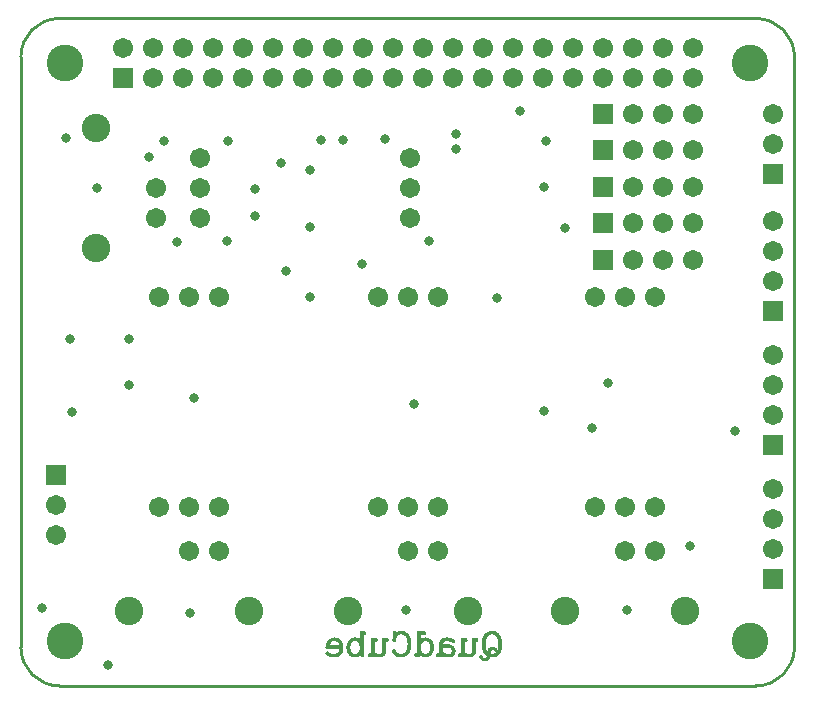
<source format=gbs>
G04 Layer_Color=16711935*
%FSLAX25Y25*%
%MOIN*%
G70*
G01*
G75*
%ADD24C,0.00965*%
%ADD43C,0.06706*%
%ADD44R,0.06706X0.06706*%
%ADD45R,0.06706X0.06706*%
%ADD46C,0.12217*%
%ADD47C,0.09501*%
%ADD48C,0.03162*%
G36*
X475993Y148882D02*
X476099Y148874D01*
X476231Y148858D01*
X476386Y148833D01*
X476559Y148792D01*
X476739Y148751D01*
X476936Y148686D01*
X477141Y148612D01*
X477346Y148521D01*
X477551Y148407D01*
X477756Y148275D01*
X477953Y148120D01*
X478141Y147948D01*
X478322Y147742D01*
X478330Y147726D01*
X478363Y147685D01*
X478404Y147619D01*
X478461Y147529D01*
X478527Y147415D01*
X478609Y147267D01*
X478691Y147095D01*
X478773Y146906D01*
X478855Y146685D01*
X478937Y146439D01*
X479010Y146176D01*
X479084Y145881D01*
X479142Y145570D01*
X479183Y145233D01*
X479215Y144881D01*
X479224Y144495D01*
Y144487D01*
Y144471D01*
Y144446D01*
Y144405D01*
Y144356D01*
X479215Y144299D01*
Y144233D01*
X479207Y144151D01*
X479199Y143979D01*
X479183Y143782D01*
X479150Y143561D01*
X479117Y143331D01*
X479076Y143077D01*
X479019Y142823D01*
X478953Y142568D01*
X478871Y142306D01*
X478773Y142060D01*
X478666Y141822D01*
X478535Y141601D01*
X478387Y141396D01*
X478379Y141379D01*
X478346Y141330D01*
X478289Y141264D01*
X478215Y141174D01*
X478125Y141060D01*
X478010Y140937D01*
X477871Y140805D01*
X477715Y140674D01*
X477543Y140543D01*
X477354Y140412D01*
X477141Y140289D01*
X476903Y140182D01*
X476657Y140084D01*
X476386Y140018D01*
X476099Y139969D01*
X475952Y139961D01*
X475796Y139953D01*
X475698D01*
X475624Y139961D01*
X475542D01*
X475443Y139969D01*
X475329Y139985D01*
X475206Y140002D01*
X474935Y140043D01*
X474648Y140108D01*
X474361Y140199D01*
X474222Y140248D01*
X474090Y140313D01*
X474082Y140322D01*
X474049Y140338D01*
X474008Y140363D01*
X473943Y140403D01*
X473869Y140453D01*
X473787Y140518D01*
X473689Y140592D01*
X473590Y140674D01*
X473484Y140772D01*
X473369Y140887D01*
X473254Y141010D01*
X473139Y141150D01*
X473033Y141297D01*
X472926Y141461D01*
X472819Y141642D01*
X472729Y141830D01*
X472721Y141847D01*
X472713Y141888D01*
X472696Y141945D01*
X472688Y142019D01*
X472680Y142109D01*
Y142208D01*
X472688Y142314D01*
X472721Y142421D01*
X472729Y142429D01*
X472737Y142454D01*
X472770Y142494D01*
X472803Y142535D01*
X472852Y142585D01*
X472918Y142634D01*
X472992Y142683D01*
X473074Y142724D01*
X473082D01*
X473115Y142740D01*
X473164Y142749D01*
X473229Y142757D01*
X473303Y142765D01*
X473385D01*
X473467Y142749D01*
X473557Y142724D01*
X473566Y142716D01*
X473598Y142700D01*
X473648Y142675D01*
X473697Y142634D01*
X473762Y142577D01*
X473820Y142503D01*
X473877Y142421D01*
X473918Y142314D01*
Y142306D01*
X473926Y142289D01*
X473943Y142257D01*
X473959Y142216D01*
X473984Y142166D01*
X474017Y142109D01*
X474090Y141986D01*
X474197Y141839D01*
X474320Y141691D01*
X474476Y141551D01*
X474656Y141428D01*
X474664D01*
X474681Y141420D01*
X474705Y141404D01*
X474738Y141387D01*
X474787Y141363D01*
X474845Y141347D01*
X474910Y141322D01*
X474984Y141297D01*
X475148Y141240D01*
X475345Y141199D01*
X475566Y141166D01*
X475812Y141158D01*
X475853D01*
X475911Y141166D01*
X475976Y141174D01*
X476067Y141191D01*
X476165Y141207D01*
X476272Y141240D01*
X476386Y141281D01*
X476509Y141330D01*
X476641Y141396D01*
X476772Y141470D01*
X476903Y141568D01*
X477034Y141674D01*
X477157Y141806D01*
X477272Y141953D01*
X477387Y142125D01*
X477395Y142134D01*
X477411Y142166D01*
X477436Y142216D01*
X477469Y142289D01*
X477510Y142380D01*
X477551Y142494D01*
X477600Y142617D01*
X477649Y142765D01*
X477698Y142929D01*
X477748Y143101D01*
X477789Y143298D01*
X477830Y143511D01*
X477862Y143733D01*
X477887Y143979D01*
X477903Y144225D01*
X477912Y144495D01*
Y144503D01*
Y144512D01*
Y144561D01*
Y144635D01*
X477903Y144741D01*
X477895Y144864D01*
X477887Y145004D01*
X477871Y145168D01*
X477854Y145340D01*
X477830Y145520D01*
X477797Y145701D01*
X477715Y146086D01*
X477666Y146266D01*
X477600Y146447D01*
X477534Y146619D01*
X477452Y146775D01*
X477444Y146783D01*
X477420Y146816D01*
X477379Y146857D01*
X477329Y146914D01*
X477264Y146988D01*
X477182Y147062D01*
X477083Y147144D01*
X476977Y147234D01*
X476862Y147316D01*
X476731Y147398D01*
X476591Y147472D01*
X476444Y147546D01*
X476280Y147603D01*
X476116Y147644D01*
X475935Y147677D01*
X475755Y147685D01*
X475665D01*
X475624Y147677D01*
X475575Y147669D01*
X475443Y147652D01*
X475304Y147619D01*
X475140Y147570D01*
X474976Y147505D01*
X474812Y147415D01*
X474804D01*
X474787Y147398D01*
X474763Y147382D01*
X474730Y147357D01*
X474640Y147283D01*
X474541Y147177D01*
X474435Y147046D01*
X474336Y146881D01*
X474254Y146693D01*
X474222Y146586D01*
X474197Y146472D01*
X474033Y145471D01*
Y145463D01*
X474025Y145430D01*
X474008Y145381D01*
X473984Y145332D01*
X473951Y145266D01*
X473902Y145209D01*
X473844Y145151D01*
X473762Y145102D01*
X473754D01*
X473730Y145086D01*
X473689Y145078D01*
X473631Y145061D01*
X473566Y145053D01*
X473492Y145045D01*
X473410Y145053D01*
X473311Y145061D01*
X473303D01*
X473270Y145069D01*
X473229Y145086D01*
X473172Y145110D01*
X473106Y145135D01*
X473041Y145176D01*
X472975Y145217D01*
X472918Y145274D01*
X472910Y145282D01*
X472893Y145307D01*
X472869Y145348D01*
X472844Y145397D01*
X472819Y145463D01*
X472803Y145545D01*
Y145635D01*
X472811Y145733D01*
Y145742D01*
X472819Y145766D01*
X472828Y145807D01*
X472844Y145856D01*
X472860Y145922D01*
X472877Y145996D01*
X472893Y146078D01*
X472918Y146176D01*
X472959Y146389D01*
X473000Y146619D01*
X473033Y146865D01*
X473049Y147119D01*
Y147127D01*
Y147152D01*
Y147185D01*
Y147234D01*
Y147292D01*
Y147357D01*
X473041Y147439D01*
Y147521D01*
X473024Y147710D01*
X473000Y147923D01*
X472967Y148144D01*
X472926Y148366D01*
Y148374D01*
Y148407D01*
Y148456D01*
X472934Y148513D01*
X472951Y148579D01*
X472983Y148644D01*
X473033Y148710D01*
X473098Y148767D01*
X473106Y148776D01*
X473123Y148784D01*
X473164Y148800D01*
X473205Y148817D01*
X473270Y148833D01*
X473336Y148858D01*
X473426Y148866D01*
X473516Y148874D01*
X473557D01*
X473607Y148882D01*
X473664D01*
X473738Y148874D01*
X473803Y148866D01*
X473877Y148858D01*
X473951Y148833D01*
X473959D01*
X473992Y148817D01*
X474033Y148792D01*
X474082Y148759D01*
X474140Y148718D01*
X474181Y148669D01*
X474213Y148612D01*
X474222Y148538D01*
Y148407D01*
X474230Y148415D01*
X474263Y148448D01*
X474320Y148489D01*
X474394Y148538D01*
X474484Y148595D01*
X474599Y148653D01*
X474730Y148710D01*
X474878Y148759D01*
X474886D01*
X474894Y148767D01*
X474927Y148776D01*
X474960Y148784D01*
X475001Y148792D01*
X475050Y148800D01*
X475173Y148825D01*
X475312Y148849D01*
X475476Y148874D01*
X475648Y148882D01*
X475837Y148890D01*
X475903D01*
X475993Y148882D01*
D02*
G37*
G36*
X481151Y148726D02*
X481200Y148718D01*
X481249Y148710D01*
X481315D01*
X481388Y148702D01*
X481470Y148694D01*
X481651Y148677D01*
X481864Y148661D01*
X482085Y148653D01*
X482315Y148644D01*
X482545D01*
X482627Y148653D01*
X482709D01*
X482897Y148661D01*
X483110Y148669D01*
X483332Y148686D01*
X483561Y148710D01*
X483652D01*
X483709Y148694D01*
X483783Y148677D01*
X483848Y148644D01*
X483922Y148595D01*
X483988Y148530D01*
X483996Y148521D01*
X484004Y148497D01*
X484029Y148456D01*
X484045Y148407D01*
X484070Y148341D01*
X484094Y148267D01*
X484103Y148185D01*
X484111Y148087D01*
Y148079D01*
Y148046D01*
X484103Y147997D01*
X484094Y147939D01*
X484062Y147800D01*
X484037Y147734D01*
X484004Y147677D01*
X483996Y147669D01*
X483971Y147644D01*
X483930Y147611D01*
X483881Y147570D01*
X483816Y147538D01*
X483734Y147505D01*
X483643Y147496D01*
X483479D01*
X483438Y147505D01*
X483315D01*
X483176Y147513D01*
X482889D01*
X482758Y147505D01*
X482709D01*
X482668Y147496D01*
X482651D01*
X482618Y147488D01*
X482577Y147472D01*
X482520Y147447D01*
X482463Y147423D01*
X482422Y147382D01*
X482389Y147333D01*
X482372Y147275D01*
Y146012D01*
X482381Y146029D01*
X482397Y146062D01*
X482430Y146111D01*
X482487Y146176D01*
X482569Y146242D01*
X482668Y146324D01*
X482799Y146398D01*
X482881Y146431D01*
X482963Y146463D01*
X482971D01*
X482987Y146472D01*
X483012Y146480D01*
X483045Y146488D01*
X483094Y146504D01*
X483143Y146512D01*
X483266Y146545D01*
X483414Y146578D01*
X483578Y146603D01*
X483750Y146619D01*
X483930Y146627D01*
X483988D01*
X484062Y146619D01*
X484152Y146611D01*
X484267Y146595D01*
X484406Y146570D01*
X484545Y146537D01*
X484709Y146496D01*
X484873Y146447D01*
X485054Y146373D01*
X485226Y146291D01*
X485406Y146193D01*
X485587Y146070D01*
X485751Y145939D01*
X485915Y145774D01*
X486071Y145594D01*
X486079Y145586D01*
X486103Y145553D01*
X486136Y145496D01*
X486177Y145430D01*
X486235Y145340D01*
X486292Y145225D01*
X486358Y145102D01*
X486415Y144955D01*
X486481Y144799D01*
X486546Y144618D01*
X486604Y144430D01*
X486661Y144225D01*
X486702Y144003D01*
X486735Y143774D01*
X486759Y143528D01*
X486768Y143273D01*
Y143257D01*
Y143216D01*
X486759Y143142D01*
Y143052D01*
X486743Y142937D01*
X486735Y142806D01*
X486710Y142658D01*
X486686Y142503D01*
X486645Y142339D01*
X486604Y142166D01*
X486546Y141986D01*
X486481Y141814D01*
X486407Y141642D01*
X486317Y141478D01*
X486210Y141322D01*
X486095Y141174D01*
X486087Y141158D01*
X486054Y141125D01*
X486013Y141060D01*
X485948Y140986D01*
X485866Y140887D01*
X485767Y140789D01*
X485652Y140674D01*
X485521Y140568D01*
X485374Y140453D01*
X485210Y140338D01*
X485037Y140240D01*
X484841Y140141D01*
X484636Y140067D01*
X484414Y140002D01*
X484176Y139969D01*
X483930Y139953D01*
X483832D01*
X483783Y139961D01*
X483725Y139969D01*
X483578Y139985D01*
X483406Y140010D01*
X483217Y140051D01*
X483020Y140108D01*
X482815Y140190D01*
X482799Y140199D01*
X482766Y140215D01*
X482709Y140240D01*
X482627Y140280D01*
X482536Y140338D01*
X482430Y140403D01*
X482315Y140477D01*
X482292Y140496D01*
X482290Y140494D01*
X482266Y140403D01*
X482217Y140322D01*
X482208Y140313D01*
X482192Y140305D01*
X482159Y140280D01*
X482118Y140256D01*
X482069Y140240D01*
X481995Y140215D01*
X481921Y140207D01*
X481807D01*
X481766Y140215D01*
X481708D01*
X481626Y140223D01*
X481536Y140231D01*
X481438D01*
X481233Y140240D01*
X481077D01*
X481003Y140231D01*
X480921Y140223D01*
X480765Y140207D01*
X480667D01*
X480609Y140223D01*
X480544Y140240D01*
X480470Y140272D01*
X480396Y140313D01*
X480331Y140379D01*
X480322Y140387D01*
X480306Y140412D01*
X480290Y140453D01*
X480265Y140502D01*
X480240Y140568D01*
X480216Y140641D01*
X480208Y140723D01*
X480199Y140814D01*
Y140822D01*
Y140855D01*
X480208Y140904D01*
X480216Y140961D01*
X480232Y141035D01*
X480249Y141101D01*
X480281Y141166D01*
X480322Y141232D01*
X480331Y141240D01*
X480355Y141264D01*
X480388Y141297D01*
X480437Y141338D01*
X480503Y141379D01*
X480568Y141404D01*
X480650Y141420D01*
X480741D01*
X480773Y141412D01*
X480814D01*
X480864Y141404D01*
X480970D01*
X481019Y141412D01*
X481060Y141428D01*
X481069Y141437D01*
X481077Y141453D01*
X481085Y141494D01*
X481093Y141551D01*
Y148735D01*
X481118D01*
X481151Y148726D01*
D02*
G37*
G36*
X461987Y148686D02*
X462028Y148677D01*
X462110Y148669D01*
X462225Y148653D01*
X462364Y148636D01*
X462512Y148628D01*
X462668Y148612D01*
X462906D01*
X462988Y148620D01*
X463086D01*
X463209Y148628D01*
X463340Y148644D01*
X463619Y148686D01*
X463701D01*
X463758Y148677D01*
X463824Y148661D01*
X463890Y148636D01*
X463955Y148587D01*
X464013Y148521D01*
Y148513D01*
X464029Y148489D01*
X464037Y148456D01*
X464054Y148407D01*
X464070Y148341D01*
X464086Y148275D01*
X464095Y148194D01*
X464103Y148103D01*
Y148095D01*
Y148062D01*
X464095Y148021D01*
Y147972D01*
X464070Y147874D01*
X464054Y147833D01*
X464029Y147800D01*
X464021Y147784D01*
X463996Y147751D01*
X463963Y147693D01*
X463914Y147636D01*
X463857Y147579D01*
X463783Y147529D01*
X463701Y147496D01*
X463611Y147488D01*
X463603D01*
X463578Y147496D01*
X463545Y147513D01*
X463504Y147521D01*
X463406Y147538D01*
X463365D01*
X463332Y147529D01*
X463324D01*
X463316Y147521D01*
X463283Y147496D01*
X463266Y147472D01*
X463250Y147439D01*
X463234Y147398D01*
Y147349D01*
Y140157D01*
X463209D01*
X463184Y140149D01*
X463143Y140141D01*
X463045Y140133D01*
X462791D01*
X462651Y140141D01*
X462512Y140174D01*
X462389Y140223D01*
X462373Y140231D01*
X462340Y140256D01*
X462291Y140289D01*
X462233Y140330D01*
X462176Y140387D01*
X462118Y140445D01*
X462069Y140518D01*
X462045Y140584D01*
X462028Y140568D01*
X461995Y140526D01*
X461930Y140469D01*
X461848Y140403D01*
X461733Y140322D01*
X461602Y140240D01*
X461454Y140166D01*
X461282Y140100D01*
X461274D01*
X461266Y140092D01*
X461241Y140084D01*
X461208Y140076D01*
X461126Y140051D01*
X461020Y140026D01*
X460880Y140002D01*
X460733Y139977D01*
X460569Y139961D01*
X460388Y139953D01*
X460331D01*
X460257Y139961D01*
X460167Y139969D01*
X460052Y139985D01*
X459921Y140010D01*
X459773Y140043D01*
X459609Y140084D01*
X459445Y140141D01*
X459265Y140215D01*
X459093Y140297D01*
X458912Y140395D01*
X458732Y140518D01*
X458560Y140658D01*
X458396Y140822D01*
X458240Y141010D01*
X458232Y141018D01*
X458207Y141051D01*
X458174Y141101D01*
X458133Y141174D01*
X458076Y141264D01*
X458018Y141371D01*
X457953Y141494D01*
X457887Y141633D01*
X457822Y141789D01*
X457756Y141962D01*
X457699Y142142D01*
X457641Y142347D01*
X457600Y142560D01*
X457567Y142790D01*
X457543Y143027D01*
X457535Y143273D01*
Y143290D01*
Y143339D01*
X457543Y143413D01*
Y143503D01*
X457559Y143626D01*
X457576Y143765D01*
X457600Y143921D01*
X457633Y144094D01*
X457674Y144274D01*
X457731Y144463D01*
X457789Y144659D01*
X457871Y144864D01*
X457961Y145061D01*
X458068Y145258D01*
X458191Y145455D01*
X458330Y145643D01*
X458338Y145651D01*
X458363Y145684D01*
X458404Y145733D01*
X458461Y145799D01*
X458535Y145873D01*
X458625Y145955D01*
X458732Y146045D01*
X458855Y146135D01*
X458986Y146226D01*
X459142Y146316D01*
X459314Y146398D01*
X459494Y146472D01*
X459699Y146537D01*
X459913Y146586D01*
X460142Y146619D01*
X460388Y146627D01*
X460478D01*
X460528Y146619D01*
X460577D01*
X460716Y146603D01*
X460872Y146578D01*
X461052Y146545D01*
X461241Y146496D01*
X461438Y146431D01*
X461454Y146422D01*
X461495Y146406D01*
X461561Y146373D01*
X461643Y146324D01*
X461725Y146266D01*
X461815Y146193D01*
X461889Y146111D01*
X461946Y146012D01*
Y148694D01*
X461963D01*
X461987Y148686D01*
D02*
G37*
G36*
X499543Y146431D02*
X499658D01*
X499806Y146422D01*
X499970D01*
X500150Y146414D01*
X500642D01*
X500765Y146422D01*
X501003D01*
X501093Y146431D01*
X501175D01*
X501224Y146414D01*
X501282Y146398D01*
X501347Y146365D01*
X501405Y146316D01*
X501462Y146250D01*
Y146242D01*
X501470Y146217D01*
X501487Y146185D01*
X501495Y146135D01*
X501511Y146078D01*
X501528Y146012D01*
X501536Y145930D01*
Y145848D01*
Y145840D01*
Y145807D01*
X501528Y145766D01*
Y145709D01*
X501503Y145586D01*
X501462Y145455D01*
X501454Y145447D01*
X501437Y145422D01*
X501405Y145389D01*
X501364Y145348D01*
X501314Y145315D01*
X501257Y145282D01*
X501183Y145258D01*
X501093D01*
X501068Y145266D01*
X501027Y145274D01*
X500978D01*
X500872Y145282D01*
X500814Y145274D01*
X500773Y145258D01*
X500765D01*
X500757Y145250D01*
X500716Y145217D01*
X500675Y145159D01*
X500667Y145127D01*
X500658Y145078D01*
Y141920D01*
Y141912D01*
Y141879D01*
Y141839D01*
X500650Y141773D01*
X500642Y141699D01*
X500626Y141617D01*
X500609Y141519D01*
X500593Y141412D01*
X500527Y141191D01*
X500478Y141068D01*
X500429Y140953D01*
X500363Y140838D01*
X500289Y140715D01*
X500207Y140609D01*
X500109Y140502D01*
X500101Y140494D01*
X500084Y140477D01*
X500043Y140453D01*
X500002Y140420D01*
X499937Y140371D01*
X499863Y140330D01*
X499781Y140280D01*
X499683Y140231D01*
X499576Y140174D01*
X499453Y140125D01*
X499314Y140084D01*
X499174Y140043D01*
X499010Y140002D01*
X498846Y139977D01*
X498666Y139961D01*
X498477Y139953D01*
X498395D01*
X498313Y139961D01*
X498207Y139969D01*
X498084Y139977D01*
X497961Y140002D01*
X497838Y140026D01*
X497723Y140067D01*
X497715D01*
X497706Y140076D01*
X497657Y140084D01*
X497583Y140108D01*
X497485Y140141D01*
X497378Y140182D01*
X497264Y140231D01*
X497141Y140289D01*
X497026Y140363D01*
X497018Y140371D01*
X496993Y140395D01*
X496968Y140412D01*
X496960Y140403D01*
X496952Y140395D01*
X496944Y140387D01*
X496936Y140379D01*
X496919Y140354D01*
X496903Y140322D01*
X496886Y140272D01*
X496870Y140215D01*
X496845Y140133D01*
X496796D01*
X496763Y140141D01*
X496665D01*
X496542Y140149D01*
X496403Y140157D01*
X496247D01*
X495919Y140166D01*
X495665D01*
X495558Y140157D01*
X495435D01*
X495312Y140149D01*
X495197Y140141D01*
X495115D01*
X495058Y140149D01*
X494992Y140174D01*
X494927Y140207D01*
X494861Y140264D01*
X494795Y140338D01*
X494787Y140346D01*
X494779Y140363D01*
X494763Y140395D01*
X494746Y140445D01*
X494730Y140502D01*
X494713Y140568D01*
X494697Y140649D01*
Y140740D01*
Y140748D01*
Y140781D01*
X494705Y140838D01*
X494713Y140895D01*
X494730Y140969D01*
X494763Y141051D01*
X494795Y141133D01*
X494845Y141215D01*
X494853Y141224D01*
X494869Y141240D01*
X494894Y141264D01*
X494927Y141289D01*
X494976Y141314D01*
X495041Y141338D01*
X495107Y141347D01*
X495189Y141338D01*
X495246D01*
X495279Y141330D01*
X495328Y141322D01*
X495386Y141314D01*
X495517Y141305D01*
X495574Y141314D01*
X495624Y141322D01*
X495640Y141330D01*
X495648Y141338D01*
X495665Y141363D01*
X495681Y141387D01*
X495689Y141428D01*
X495706Y141486D01*
Y141551D01*
Y146439D01*
X495755D01*
X495796Y146431D01*
X495837D01*
X495894Y146422D01*
X496025D01*
X496173Y146414D01*
X496337Y146406D01*
X496509Y146398D01*
X496854D01*
X496952Y146406D01*
X497075D01*
X497198Y146414D01*
X497313Y146422D01*
X497419Y146431D01*
X497510D01*
X497567Y146414D01*
X497633Y146398D01*
X497698Y146365D01*
X497756Y146308D01*
X497813Y146242D01*
Y146234D01*
X497829Y146209D01*
X497838Y146176D01*
X497854Y146135D01*
X497870Y146078D01*
X497887Y146004D01*
X497895Y145930D01*
X497903Y145848D01*
Y145840D01*
Y145807D01*
X497895Y145766D01*
Y145709D01*
X497870Y145586D01*
X497846Y145528D01*
X497821Y145471D01*
X497813Y145463D01*
X497797Y145438D01*
X497764Y145397D01*
X497723Y145356D01*
X497665Y145315D01*
X497600Y145282D01*
X497526Y145266D01*
X497436Y145258D01*
X497428D01*
X497395Y145266D01*
X497346Y145274D01*
X497296Y145282D01*
X497182Y145291D01*
X497132D01*
X497100Y145282D01*
X497091D01*
X497083Y145274D01*
X497042Y145250D01*
X497001Y145209D01*
X496993Y145176D01*
X496985Y145143D01*
Y141879D01*
X496993Y141863D01*
X497026Y141822D01*
X497075Y141765D01*
X497149Y141683D01*
X497239Y141601D01*
X497346Y141510D01*
X497477Y141420D01*
X497616Y141347D01*
X497633Y141338D01*
X497682Y141314D01*
X497756Y141289D01*
X497862Y141256D01*
X497993Y141215D01*
X498141Y141191D01*
X498313Y141166D01*
X498494Y141158D01*
X498617D01*
X498699Y141166D01*
X498789Y141174D01*
X498879Y141182D01*
X498969Y141199D01*
X499043Y141215D01*
X499059Y141232D01*
X499092Y141264D01*
X499150Y141322D01*
X499207Y141404D01*
X499273Y141502D01*
X499330Y141617D01*
X499363Y141740D01*
X499379Y141888D01*
Y146439D01*
X499453D01*
X499543Y146431D01*
D02*
G37*
G36*
X469597D02*
X469712D01*
X469859Y146422D01*
X470023D01*
X470204Y146414D01*
X470696D01*
X470819Y146422D01*
X471056D01*
X471147Y146431D01*
X471229D01*
X471278Y146414D01*
X471335Y146398D01*
X471401Y146365D01*
X471458Y146316D01*
X471516Y146250D01*
Y146242D01*
X471524Y146217D01*
X471540Y146185D01*
X471548Y146135D01*
X471565Y146078D01*
X471581Y146012D01*
X471589Y145930D01*
Y145848D01*
Y145840D01*
Y145807D01*
X471581Y145766D01*
Y145709D01*
X471557Y145586D01*
X471516Y145455D01*
X471507Y145447D01*
X471491Y145422D01*
X471458Y145389D01*
X471417Y145348D01*
X471368Y145315D01*
X471311Y145282D01*
X471237Y145258D01*
X471147D01*
X471122Y145266D01*
X471081Y145274D01*
X471032D01*
X470925Y145282D01*
X470868Y145274D01*
X470827Y145258D01*
X470819D01*
X470810Y145250D01*
X470769Y145217D01*
X470728Y145159D01*
X470720Y145127D01*
X470712Y145078D01*
Y141920D01*
Y141912D01*
Y141879D01*
Y141839D01*
X470704Y141773D01*
X470696Y141699D01*
X470679Y141617D01*
X470663Y141519D01*
X470646Y141412D01*
X470581Y141191D01*
X470532Y141068D01*
X470482Y140953D01*
X470417Y140838D01*
X470343Y140715D01*
X470261Y140609D01*
X470163Y140502D01*
X470154Y140494D01*
X470138Y140477D01*
X470097Y140453D01*
X470056Y140420D01*
X469990Y140371D01*
X469917Y140330D01*
X469835Y140280D01*
X469736Y140231D01*
X469630Y140174D01*
X469507Y140125D01*
X469367Y140084D01*
X469228Y140043D01*
X469064Y140002D01*
X468900Y139977D01*
X468719Y139961D01*
X468531Y139953D01*
X468449D01*
X468367Y139961D01*
X468260Y139969D01*
X468137Y139977D01*
X468014Y140002D01*
X467891Y140026D01*
X467776Y140067D01*
X467768D01*
X467760Y140076D01*
X467711Y140084D01*
X467637Y140108D01*
X467539Y140141D01*
X467432Y140182D01*
X467317Y140231D01*
X467194Y140289D01*
X467079Y140363D01*
X467071Y140371D01*
X467047Y140395D01*
X467022Y140412D01*
X467014Y140403D01*
X467006Y140395D01*
X466997Y140387D01*
X466989Y140379D01*
X466973Y140354D01*
X466956Y140322D01*
X466940Y140272D01*
X466924Y140215D01*
X466899Y140133D01*
X466850D01*
X466817Y140141D01*
X466719D01*
X466596Y140149D01*
X466456Y140157D01*
X466300D01*
X465972Y140166D01*
X465718D01*
X465612Y140157D01*
X465489D01*
X465366Y140149D01*
X465251Y140141D01*
X465169D01*
X465111Y140149D01*
X465046Y140174D01*
X464980Y140207D01*
X464915Y140264D01*
X464849Y140338D01*
X464841Y140346D01*
X464833Y140363D01*
X464816Y140395D01*
X464800Y140445D01*
X464783Y140502D01*
X464767Y140568D01*
X464751Y140649D01*
Y140740D01*
Y140748D01*
Y140781D01*
X464759Y140838D01*
X464767Y140895D01*
X464783Y140969D01*
X464816Y141051D01*
X464849Y141133D01*
X464898Y141215D01*
X464906Y141224D01*
X464923Y141240D01*
X464947Y141264D01*
X464980Y141289D01*
X465029Y141314D01*
X465095Y141338D01*
X465161Y141347D01*
X465243Y141338D01*
X465300D01*
X465333Y141330D01*
X465382Y141322D01*
X465439Y141314D01*
X465571Y141305D01*
X465628Y141314D01*
X465677Y141322D01*
X465694Y141330D01*
X465702Y141338D01*
X465718Y141363D01*
X465735Y141387D01*
X465743Y141428D01*
X465759Y141486D01*
Y141551D01*
Y146439D01*
X465808D01*
X465849Y146431D01*
X465890D01*
X465948Y146422D01*
X466079D01*
X466227Y146414D01*
X466391Y146406D01*
X466563Y146398D01*
X466907D01*
X467006Y146406D01*
X467129D01*
X467252Y146414D01*
X467366Y146422D01*
X467473Y146431D01*
X467563D01*
X467621Y146414D01*
X467686Y146398D01*
X467752Y146365D01*
X467809Y146308D01*
X467867Y146242D01*
Y146234D01*
X467883Y146209D01*
X467891Y146176D01*
X467908Y146135D01*
X467924Y146078D01*
X467940Y146004D01*
X467949Y145930D01*
X467957Y145848D01*
Y145840D01*
Y145807D01*
X467949Y145766D01*
Y145709D01*
X467924Y145586D01*
X467899Y145528D01*
X467875Y145471D01*
X467867Y145463D01*
X467850Y145438D01*
X467817Y145397D01*
X467776Y145356D01*
X467719Y145315D01*
X467653Y145282D01*
X467580Y145266D01*
X467489Y145258D01*
X467481D01*
X467448Y145266D01*
X467399Y145274D01*
X467350Y145282D01*
X467235Y145291D01*
X467186D01*
X467153Y145282D01*
X467145D01*
X467137Y145274D01*
X467096Y145250D01*
X467055Y145209D01*
X467047Y145176D01*
X467038Y145143D01*
Y141879D01*
X467047Y141863D01*
X467079Y141822D01*
X467129Y141765D01*
X467202Y141683D01*
X467293Y141601D01*
X467399Y141510D01*
X467530Y141420D01*
X467670Y141347D01*
X467686Y141338D01*
X467735Y141314D01*
X467809Y141289D01*
X467916Y141256D01*
X468047Y141215D01*
X468195Y141191D01*
X468367Y141166D01*
X468547Y141158D01*
X468670D01*
X468752Y141166D01*
X468842Y141174D01*
X468933Y141182D01*
X469023Y141199D01*
X469097Y141215D01*
X469113Y141232D01*
X469146Y141264D01*
X469203Y141322D01*
X469261Y141404D01*
X469326Y141502D01*
X469384Y141617D01*
X469416Y141740D01*
X469433Y141888D01*
Y146439D01*
X469507D01*
X469597Y146431D01*
D02*
G37*
G36*
X491089Y146619D02*
X491171D01*
X491253Y146611D01*
X491351Y146603D01*
X491565Y146586D01*
X491794Y146554D01*
X492040Y146504D01*
X492278Y146447D01*
X492286D01*
X492311Y146439D01*
X492344Y146431D01*
X492393Y146414D01*
X492450Y146389D01*
X492524Y146365D01*
X492598Y146332D01*
X492688Y146299D01*
X492868Y146217D01*
X493073Y146119D01*
X493270Y146004D01*
X493467Y145865D01*
X493475Y145856D01*
X493508Y145832D01*
X493549Y145791D01*
X493590Y145742D01*
X493639Y145676D01*
X493688Y145602D01*
X493721Y145512D01*
X493738Y145414D01*
Y145405D01*
Y145373D01*
Y145324D01*
X493729Y145266D01*
X493713Y145192D01*
X493688Y145102D01*
X493656Y145020D01*
X493606Y144922D01*
X493598Y144913D01*
X493590Y144897D01*
X493565Y144864D01*
X493533Y144832D01*
X493492Y144790D01*
X493442Y144758D01*
X493377Y144725D01*
X493311Y144700D01*
X493205D01*
X493139Y144709D01*
X493049Y144725D01*
X492959Y144766D01*
X492852Y144823D01*
X492745Y144905D01*
X492729Y144913D01*
X492680Y144946D01*
X492606Y144987D01*
X492499Y145036D01*
X492376Y145102D01*
X492221Y145168D01*
X492040Y145233D01*
X491843Y145299D01*
X491835D01*
X491827Y145307D01*
X491802D01*
X491770Y145315D01*
X491688Y145340D01*
X491573Y145364D01*
X491433Y145381D01*
X491278Y145405D01*
X491097Y145414D01*
X490900Y145422D01*
X490851D01*
X490810Y145414D01*
X490761Y145405D01*
X490712Y145397D01*
X490581Y145373D01*
X490433Y145324D01*
X490269Y145250D01*
X490187Y145201D01*
X490105Y145143D01*
X490023Y145078D01*
X489941Y145004D01*
X489933Y144987D01*
X489908Y144955D01*
X489867Y144889D01*
X489826Y144807D01*
X489785Y144717D01*
X489744Y144610D01*
X489720Y144487D01*
X489711Y144364D01*
X489720D01*
X489744Y144372D01*
X489785Y144380D01*
X489851Y144397D01*
X489941Y144405D01*
X490048Y144422D01*
X490187Y144430D01*
X490359Y144438D01*
X490408D01*
X490441Y144446D01*
X490523D01*
X490630Y144454D01*
X490753Y144463D01*
X490868D01*
X490991Y144471D01*
X491146D01*
X491212Y144463D01*
X491302D01*
X491409Y144446D01*
X491540Y144438D01*
X491679Y144413D01*
X491835Y144389D01*
X491991Y144348D01*
X492163Y144307D01*
X492335Y144249D01*
X492508Y144184D01*
X492688Y144102D01*
X492852Y144011D01*
X493016Y143905D01*
X493172Y143782D01*
X493180Y143774D01*
X493205Y143757D01*
X493237Y143725D01*
X493287Y143684D01*
X493344Y143626D01*
X493410Y143561D01*
X493475Y143479D01*
X493549Y143380D01*
X493623Y143273D01*
X493688Y143159D01*
X493754Y143019D01*
X493811Y142872D01*
X493852Y142708D01*
X493893Y142535D01*
X493918Y142347D01*
X493926Y142142D01*
Y142134D01*
Y142101D01*
Y142043D01*
X493918Y141978D01*
X493910Y141888D01*
X493893Y141789D01*
X493877Y141683D01*
X493852Y141560D01*
X493828Y141437D01*
X493787Y141305D01*
X493738Y141174D01*
X493680Y141035D01*
X493615Y140904D01*
X493541Y140781D01*
X493451Y140658D01*
X493352Y140543D01*
X493344Y140535D01*
X493328Y140518D01*
X493287Y140486D01*
X493237Y140453D01*
X493180Y140403D01*
X493106Y140354D01*
X493016Y140305D01*
X492918Y140248D01*
X492803Y140190D01*
X492672Y140141D01*
X492532Y140092D01*
X492376Y140043D01*
X492212Y140010D01*
X492040Y139977D01*
X491852Y139961D01*
X491647Y139953D01*
X491532D01*
X491466Y139961D01*
X491401D01*
X491319Y139969D01*
X491228Y139977D01*
X491040Y139994D01*
X490827Y140018D01*
X490605Y140059D01*
X490392Y140117D01*
X490384D01*
X490376Y140125D01*
X490318Y140141D01*
X490253Y140166D01*
X490162Y140199D01*
X490072Y140248D01*
X489990Y140297D01*
X489933Y140363D01*
X489908Y140395D01*
X489892Y140436D01*
Y140420D01*
X489679Y140568D01*
X489687Y140494D01*
Y140486D01*
X489679Y140461D01*
X489662Y140436D01*
X489654Y140395D01*
X489613Y140322D01*
X489597Y140280D01*
X489572Y140256D01*
X489564Y140248D01*
X489547Y140240D01*
X489523Y140215D01*
X489490Y140199D01*
X489441Y140174D01*
X489383Y140149D01*
X489310Y140141D01*
X489236Y140133D01*
X489195D01*
X489162Y140141D01*
X489080D01*
X488973Y140149D01*
X488859D01*
X488736Y140157D01*
X488621Y140166D01*
X488293D01*
X488194Y140157D01*
X488096Y140149D01*
X488006Y140141D01*
X487916Y140133D01*
X487875D01*
X487834Y140141D01*
X487776Y140149D01*
X487719Y140174D01*
X487653Y140199D01*
X487588Y140248D01*
X487530Y140313D01*
X487522Y140322D01*
X487514Y140346D01*
X487497Y140379D01*
X487481Y140428D01*
X487465Y140494D01*
X487448Y140559D01*
X487432Y140641D01*
Y140732D01*
Y140740D01*
Y140772D01*
X487440Y140814D01*
Y140871D01*
X487473Y141002D01*
X487489Y141068D01*
X487522Y141133D01*
X487530Y141141D01*
X487547Y141166D01*
X487579Y141207D01*
X487629Y141248D01*
X487686Y141281D01*
X487752Y141314D01*
X487825Y141338D01*
X487924D01*
X487957Y141330D01*
X488014Y141322D01*
X488080Y141305D01*
X488153Y141297D01*
X488219Y141289D01*
X488326D01*
X488334Y141297D01*
X488375Y141322D01*
X488399Y141338D01*
X488416Y141371D01*
X488424Y141412D01*
X488432Y141461D01*
Y144495D01*
Y144512D01*
Y144544D01*
X488440Y144602D01*
X488449Y144684D01*
X488457Y144774D01*
X488481Y144881D01*
X488506Y145004D01*
X488547Y145135D01*
X488596Y145266D01*
X488654Y145405D01*
X488727Y145553D01*
X488818Y145693D01*
X488924Y145832D01*
X489039Y145963D01*
X489178Y146094D01*
X489342Y146209D01*
X489351Y146217D01*
X489375Y146226D01*
X489408Y146250D01*
X489457Y146275D01*
X489523Y146308D01*
X489597Y146340D01*
X489679Y146381D01*
X489777Y146422D01*
X489892Y146455D01*
X490007Y146496D01*
X490138Y146529D01*
X490269Y146562D01*
X490417Y146586D01*
X490572Y146611D01*
X490736Y146619D01*
X490900Y146627D01*
X491023D01*
X491089Y146619D01*
D02*
G37*
G36*
X453705D02*
X453804Y146611D01*
X453927Y146595D01*
X454066Y146570D01*
X454222Y146537D01*
X454386Y146496D01*
X454566Y146439D01*
X454747Y146373D01*
X454935Y146291D01*
X455124Y146185D01*
X455312Y146070D01*
X455493Y145930D01*
X455665Y145766D01*
X455829Y145586D01*
X455837Y145578D01*
X455862Y145545D01*
X455895Y145487D01*
X455944Y145422D01*
X456001Y145324D01*
X456059Y145217D01*
X456124Y145094D01*
X456190Y144946D01*
X456264Y144782D01*
X456329Y144610D01*
X456387Y144422D01*
X456444Y144217D01*
X456493Y143995D01*
X456526Y143765D01*
X456551Y143528D01*
X456559Y143273D01*
Y143257D01*
Y143216D01*
X456551Y143142D01*
Y143044D01*
X456534Y142929D01*
X456518Y142798D01*
X456501Y142642D01*
X456469Y142478D01*
X456428Y142306D01*
X456378Y142117D01*
X456321Y141929D01*
X456247Y141740D01*
X456165Y141543D01*
X456067Y141355D01*
X455960Y141166D01*
X455829Y140986D01*
X455821Y140978D01*
X455788Y140945D01*
X455739Y140887D01*
X455673Y140822D01*
X455591Y140748D01*
X455493Y140658D01*
X455370Y140568D01*
X455239Y140469D01*
X455083Y140371D01*
X454911Y140280D01*
X454730Y140190D01*
X454525Y140117D01*
X454304Y140051D01*
X454074Y139994D01*
X453828Y139961D01*
X453566Y139953D01*
X453402D01*
X453320Y139961D01*
X453221Y139969D01*
X453115D01*
X452992Y139985D01*
X452729Y140010D01*
X452451Y140051D01*
X452172Y140108D01*
X451901Y140182D01*
X451893D01*
X451877Y140190D01*
X451844Y140207D01*
X451803Y140223D01*
X451745Y140240D01*
X451680Y140272D01*
X451614Y140305D01*
X451532Y140346D01*
X451360Y140453D01*
X451163Y140584D01*
X451057Y140658D01*
X450950Y140740D01*
X450843Y140838D01*
X450737Y140937D01*
X450729Y140945D01*
X450704Y140978D01*
X450671Y141027D01*
X450630Y141084D01*
X450589Y141158D01*
X450556Y141240D01*
X450540Y141330D01*
X450532Y141428D01*
Y141437D01*
X450540Y141470D01*
X450548Y141510D01*
X450565Y141560D01*
X450589Y141625D01*
X450622Y141691D01*
X450671Y141765D01*
X450729Y141830D01*
X450737Y141839D01*
X450761Y141855D01*
X450794Y141879D01*
X450852Y141912D01*
X450909Y141945D01*
X450983Y141978D01*
X451057Y142002D01*
X451147Y142011D01*
X451188D01*
X451245Y142002D01*
X451303Y141994D01*
X451376Y141978D01*
X451450Y141945D01*
X451524Y141896D01*
X451598Y141830D01*
X451606Y141822D01*
X451614Y141814D01*
X451663Y141765D01*
X451745Y141699D01*
X451844Y141617D01*
X451950Y141527D01*
X452065Y141445D01*
X452188Y141371D01*
X452295Y141314D01*
X452303D01*
X452319Y141305D01*
X452344Y141297D01*
X452377Y141289D01*
X452426Y141281D01*
X452483Y141264D01*
X452549Y141248D01*
X452631Y141240D01*
X452713Y141224D01*
X452811Y141207D01*
X452910Y141191D01*
X453025Y141182D01*
X453148Y141174D01*
X453279Y141166D01*
X453558Y141158D01*
X453631D01*
X453681Y141166D01*
X453738Y141174D01*
X453812Y141182D01*
X453976Y141224D01*
X454164Y141281D01*
X454263Y141330D01*
X454353Y141379D01*
X454451Y141437D01*
X454550Y141502D01*
X454640Y141584D01*
X454722Y141674D01*
X454730Y141683D01*
X454738Y141699D01*
X454755Y141724D01*
X454788Y141765D01*
X454812Y141806D01*
X454853Y141863D01*
X454886Y141929D01*
X454927Y142002D01*
X455017Y142166D01*
X455099Y142363D01*
X455165Y142577D01*
X455214Y142814D01*
X455173D01*
X455140Y142823D01*
X455025D01*
X454943Y142831D01*
X454730D01*
X454599Y142839D01*
X452754D01*
X452590Y142831D01*
X452205D01*
X451975Y142823D01*
X451729D01*
X451467Y142814D01*
X451188D01*
X450884Y142806D01*
X450565Y142798D01*
X450540Y143331D01*
Y143347D01*
Y143388D01*
X450548Y143454D01*
Y143552D01*
X450565Y143659D01*
X450581Y143790D01*
X450597Y143938D01*
X450630Y144094D01*
X450671Y144257D01*
X450720Y144430D01*
X450778Y144610D01*
X450852Y144790D01*
X450934Y144963D01*
X451032Y145143D01*
X451139Y145307D01*
X451270Y145471D01*
X451278Y145487D01*
X451311Y145520D01*
X451360Y145578D01*
X451426Y145651D01*
X451508Y145742D01*
X451614Y145840D01*
X451737Y145939D01*
X451877Y146053D01*
X452032Y146160D01*
X452205Y146258D01*
X452393Y146357D01*
X452598Y146447D01*
X452820Y146521D01*
X453049Y146578D01*
X453303Y146611D01*
X453566Y146627D01*
X453631D01*
X453705Y146619D01*
D02*
G37*
G36*
X506161Y148882D02*
X506210D01*
X506333Y148866D01*
X506472Y148849D01*
X506636Y148817D01*
X506825Y148776D01*
X507022Y148726D01*
X507235Y148653D01*
X507448Y148563D01*
X507661Y148456D01*
X507883Y148325D01*
X508096Y148169D01*
X508301Y147988D01*
X508489Y147784D01*
X508670Y147546D01*
X508678Y147529D01*
X508703Y147488D01*
X508744Y147423D01*
X508793Y147333D01*
X508850Y147210D01*
X508916Y147070D01*
X508990Y146898D01*
X509055Y146709D01*
X509129Y146496D01*
X509203Y146258D01*
X509268Y146004D01*
X509326Y145725D01*
X509375Y145422D01*
X509416Y145102D01*
X509441Y144766D01*
X509449Y144405D01*
Y144397D01*
Y144380D01*
Y144356D01*
Y144323D01*
Y144274D01*
X509441Y144217D01*
Y144159D01*
X509432Y144085D01*
X509424Y143921D01*
X509408Y143733D01*
X509383Y143519D01*
X509350Y143290D01*
X509309Y143044D01*
X509260Y142798D01*
X509195Y142535D01*
X509113Y142273D01*
X509022Y142019D01*
X508924Y141765D01*
X508801Y141519D01*
X508662Y141289D01*
X508653Y141273D01*
X508621Y141232D01*
X508571Y141166D01*
X508498Y141084D01*
X508399Y140978D01*
X508293Y140863D01*
X508153Y140748D01*
X508006Y140625D01*
X507825Y140494D01*
X507637Y140379D01*
X507415Y140264D01*
X507186Y140166D01*
X506931Y140076D01*
X506653Y140010D01*
X506357Y139969D01*
X506046Y139953D01*
X505898D01*
X505841Y139961D01*
X505742D01*
X505710Y139969D01*
X505701D01*
X505685Y139977D01*
X505660D01*
X505628Y139985D01*
X505554Y139994D01*
X505480Y140002D01*
Y139994D01*
X505472Y139977D01*
X505464Y139944D01*
X505455Y139911D01*
X505423Y139805D01*
X505373Y139682D01*
X505316Y139551D01*
X505234Y139419D01*
X505144Y139296D01*
X505086Y139247D01*
X505029Y139198D01*
X505021Y139190D01*
X505004Y139173D01*
X504980Y139149D01*
X504947Y139124D01*
X504898Y139083D01*
X504840Y139042D01*
X504775Y138993D01*
X504693Y138952D01*
X504611Y138903D01*
X504512Y138854D01*
X504406Y138813D01*
X504291Y138780D01*
X504160Y138747D01*
X504029Y138723D01*
X503889Y138706D01*
X503733Y138698D01*
X503651D01*
X503594Y138706D01*
X503520Y138714D01*
X503438Y138723D01*
X503348Y138739D01*
X503250Y138755D01*
X503036Y138813D01*
X502815Y138895D01*
X502700Y138944D01*
X502594Y139009D01*
X502487Y139075D01*
X502389Y139157D01*
X502380Y139165D01*
X502364Y139182D01*
X502339Y139206D01*
X502307Y139239D01*
X502266Y139280D01*
X502225Y139329D01*
X502175Y139395D01*
X502118Y139461D01*
X502020Y139625D01*
X501929Y139821D01*
X501897Y139928D01*
X501864Y140034D01*
X501839Y140157D01*
X501831Y140280D01*
Y140289D01*
Y140322D01*
Y140363D01*
X501839Y140420D01*
X501856Y140477D01*
X501880Y140551D01*
X501921Y140617D01*
X501970Y140682D01*
X501979Y140691D01*
X502003Y140707D01*
X502036Y140732D01*
X502077Y140756D01*
X502134Y140789D01*
X502200Y140814D01*
X502274Y140838D01*
X502356Y140855D01*
X502495D01*
X502618Y140838D01*
X502684Y140822D01*
X502741Y140789D01*
X502749Y140781D01*
X502774Y140764D01*
X502807Y140723D01*
X502848Y140682D01*
X502889Y140617D01*
X502922Y140551D01*
X502946Y140469D01*
X502954Y140379D01*
Y140363D01*
X502963Y140330D01*
X502971Y140272D01*
X502987Y140199D01*
X503012Y140125D01*
X503045Y140051D01*
X503086Y139985D01*
X503135Y139936D01*
X503143Y139928D01*
X503168Y139911D01*
X503209Y139895D01*
X503274Y139871D01*
X503348Y139838D01*
X503446Y139821D01*
X503553Y139805D01*
X503684Y139797D01*
X503733D01*
X503783Y139805D01*
X503840Y139821D01*
X503914Y139838D01*
X503979Y139871D01*
X504053Y139920D01*
X504111Y139977D01*
X504119Y139985D01*
X504127Y140002D01*
X504152Y140034D01*
X504168Y140076D01*
X504201Y140141D01*
X504225Y140215D01*
X504258Y140305D01*
X504283Y140412D01*
X504275Y140420D01*
X504250Y140428D01*
X504217Y140453D01*
X504168Y140486D01*
X504119Y140535D01*
X504045Y140584D01*
X503979Y140649D01*
X503897Y140723D01*
X503807Y140814D01*
X503717Y140904D01*
X503627Y141010D01*
X503537Y141133D01*
X503438Y141264D01*
X503348Y141404D01*
X503258Y141551D01*
X503176Y141716D01*
X503168Y141732D01*
X503151Y141765D01*
X503127Y141830D01*
X503086Y141912D01*
X503045Y142019D01*
X503004Y142150D01*
X502954Y142298D01*
X502897Y142470D01*
X502848Y142650D01*
X502799Y142855D01*
X502758Y143077D01*
X502708Y143315D01*
X502676Y143569D01*
X502651Y143839D01*
X502635Y144118D01*
X502626Y144405D01*
Y144413D01*
Y144430D01*
Y144454D01*
Y144495D01*
Y144536D01*
X502635Y144594D01*
Y144659D01*
X502643Y144725D01*
X502651Y144897D01*
X502667Y145086D01*
X502692Y145299D01*
X502725Y145528D01*
X502774Y145774D01*
X502823Y146029D01*
X502889Y146291D01*
X502971Y146554D01*
X503061Y146816D01*
X503168Y147070D01*
X503299Y147316D01*
X503438Y147546D01*
X503446Y147562D01*
X503479Y147603D01*
X503537Y147669D01*
X503610Y147759D01*
X503701Y147857D01*
X503815Y147972D01*
X503947Y148095D01*
X504102Y148218D01*
X504283Y148341D01*
X504471Y148464D01*
X504685Y148579D01*
X504922Y148677D01*
X505177Y148767D01*
X505447Y148833D01*
X505734Y148874D01*
X506046Y148890D01*
X506120D01*
X506161Y148882D01*
D02*
G37*
%LPC*%
G36*
X483898Y145422D02*
X483824D01*
X483775Y145414D01*
X483709Y145405D01*
X483643Y145389D01*
X483471Y145340D01*
X483381Y145307D01*
X483291Y145266D01*
X483192Y145217D01*
X483094Y145159D01*
X482996Y145086D01*
X482897Y144995D01*
X482807Y144905D01*
X482725Y144790D01*
X482717Y144782D01*
X482709Y144766D01*
X482684Y144733D01*
X482659Y144684D01*
X482627Y144626D01*
X482594Y144553D01*
X482561Y144471D01*
X482520Y144380D01*
X482479Y144274D01*
X482446Y144159D01*
X482413Y144036D01*
X482381Y143905D01*
X482356Y143757D01*
X482331Y143602D01*
X482323Y143446D01*
X482315Y143273D01*
Y143265D01*
Y143233D01*
Y143183D01*
X482323Y143126D01*
Y143044D01*
X482340Y142954D01*
X482348Y142855D01*
X482364Y142749D01*
X482413Y142511D01*
X482487Y142265D01*
X482536Y142142D01*
X482586Y142019D01*
X482651Y141896D01*
X482725Y141781D01*
X482733Y141773D01*
X482741Y141756D01*
X482766Y141724D01*
X482807Y141683D01*
X482848Y141633D01*
X482897Y141584D01*
X482963Y141527D01*
X483037Y141470D01*
X483110Y141412D01*
X483201Y141355D01*
X483299Y141305D01*
X483406Y141256D01*
X483512Y141215D01*
X483635Y141182D01*
X483766Y141166D01*
X483898Y141158D01*
X483930D01*
X483971Y141166D01*
X484021D01*
X484078Y141174D01*
X484152Y141191D01*
X484316Y141232D01*
X484406Y141264D01*
X484504Y141305D01*
X484603Y141355D01*
X484693Y141412D01*
X484791Y141478D01*
X484882Y141560D01*
X484972Y141650D01*
X485054Y141756D01*
X485062Y141765D01*
X485070Y141781D01*
X485087Y141822D01*
X485111Y141863D01*
X485144Y141929D01*
X485177Y142002D01*
X485210Y142085D01*
X485251Y142175D01*
X485283Y142281D01*
X485324Y142396D01*
X485357Y142519D01*
X485382Y142658D01*
X485415Y142798D01*
X485431Y142954D01*
X485439Y143110D01*
X485447Y143273D01*
Y143282D01*
Y143315D01*
Y143364D01*
X485439Y143429D01*
X485431Y143511D01*
X485423Y143602D01*
X485415Y143700D01*
X485398Y143815D01*
X485349Y144061D01*
X485275Y144315D01*
X485234Y144446D01*
X485177Y144569D01*
X485119Y144700D01*
X485046Y144815D01*
X485037Y144823D01*
X485029Y144840D01*
X485005Y144872D01*
X484972Y144913D01*
X484931Y144955D01*
X484873Y145004D01*
X484816Y145061D01*
X484750Y145118D01*
X484668Y145176D01*
X484586Y145233D01*
X484488Y145282D01*
X484390Y145324D01*
X484275Y145364D01*
X484160Y145397D01*
X484029Y145414D01*
X483898Y145422D01*
D02*
G37*
G36*
X460421D02*
X460388D01*
X460347Y145414D01*
X460298D01*
X460232Y145397D01*
X460159Y145389D01*
X460077Y145364D01*
X459978Y145340D01*
X459880Y145299D01*
X459773Y145258D01*
X459667Y145201D01*
X459552Y145135D01*
X459429Y145061D01*
X459314Y144963D01*
X459199Y144864D01*
X459084Y144741D01*
Y144733D01*
X459076Y144717D01*
X459060Y144684D01*
X459043Y144643D01*
X459027Y144586D01*
X459011Y144520D01*
X458986Y144438D01*
X458961Y144348D01*
X458945Y144249D01*
X458920Y144134D01*
X458904Y144020D01*
X458879Y143888D01*
X458871Y143749D01*
X458855Y143602D01*
X458847Y143438D01*
Y143273D01*
Y143265D01*
Y143233D01*
Y143183D01*
X458855Y143126D01*
Y143044D01*
X458871Y142954D01*
X458879Y142855D01*
X458896Y142749D01*
X458945Y142511D01*
X459019Y142265D01*
X459068Y142142D01*
X459117Y142019D01*
X459183Y141896D01*
X459257Y141781D01*
X459265Y141773D01*
X459273Y141756D01*
X459298Y141724D01*
X459339Y141683D01*
X459380Y141633D01*
X459429Y141584D01*
X459494Y141527D01*
X459568Y141470D01*
X459642Y141412D01*
X459732Y141355D01*
X459929Y141256D01*
X460044Y141215D01*
X460159Y141182D01*
X460290Y141166D01*
X460421Y141158D01*
X460495D01*
X460544Y141166D01*
X460601Y141174D01*
X460675Y141191D01*
X460839Y141232D01*
X461020Y141297D01*
X461118Y141338D01*
X461216Y141396D01*
X461307Y141461D01*
X461397Y141535D01*
X461479Y141617D01*
X461561Y141716D01*
X461569Y141724D01*
X461577Y141748D01*
X461602Y141781D01*
X461626Y141830D01*
X461659Y141896D01*
X461692Y141970D01*
X461733Y142060D01*
X461766Y142158D01*
X461807Y142265D01*
X461848Y142388D01*
X461881Y142511D01*
X461913Y142650D01*
X461963Y142946D01*
X461971Y143110D01*
X461979Y143273D01*
Y143282D01*
Y143315D01*
Y143364D01*
X461971Y143429D01*
X461963Y143503D01*
X461954Y143602D01*
X461946Y143700D01*
X461930Y143815D01*
X461881Y144053D01*
X461799Y144315D01*
X461758Y144446D01*
X461700Y144577D01*
X461635Y144700D01*
X461561Y144823D01*
X461553Y144832D01*
X461544Y144848D01*
X461520Y144881D01*
X461487Y144913D01*
X461446Y144963D01*
X461397Y145012D01*
X461339Y145069D01*
X461266Y145127D01*
X461192Y145176D01*
X461102Y145233D01*
X461011Y145282D01*
X460913Y145332D01*
X460798Y145364D01*
X460683Y145397D01*
X460552Y145414D01*
X460421Y145422D01*
D02*
G37*
G36*
X491023Y143265D02*
X490728D01*
X490654Y143257D01*
X490564D01*
X490458Y143249D01*
X490335Y143241D01*
X490318D01*
X490269Y143233D01*
X490203D01*
X490113Y143224D01*
X490015Y143208D01*
X489908Y143200D01*
X489810Y143192D01*
X489711Y143175D01*
Y142060D01*
X489728Y142043D01*
X489761Y142002D01*
X489826Y141929D01*
X489908Y141847D01*
X490015Y141748D01*
X490154Y141650D01*
X490302Y141543D01*
X490482Y141445D01*
X490490D01*
X490507Y141437D01*
X490540Y141420D01*
X490581Y141404D01*
X490630Y141379D01*
X490687Y141355D01*
X490761Y141330D01*
X490835Y141305D01*
X491007Y141248D01*
X491204Y141207D01*
X491417Y141174D01*
X491647Y141158D01*
X491688D01*
X491720Y141166D01*
X491802Y141174D01*
X491901Y141191D01*
X492016Y141224D01*
X492130Y141273D01*
X492253Y141347D01*
X492360Y141437D01*
X492368Y141453D01*
X492401Y141486D01*
X492442Y141543D01*
X492483Y141625D01*
X492532Y141724D01*
X492573Y141847D01*
X492606Y141986D01*
X492614Y142142D01*
Y142150D01*
Y142166D01*
Y142183D01*
X492606Y142216D01*
X492590Y142306D01*
X492565Y142421D01*
X492516Y142560D01*
X492450Y142708D01*
X492352Y142872D01*
X492286Y142954D01*
X492221Y143036D01*
X492212D01*
X492204Y143044D01*
X492180Y143060D01*
X492139Y143069D01*
X492098Y143093D01*
X492040Y143110D01*
X491975Y143126D01*
X491893Y143150D01*
X491802Y143175D01*
X491704Y143192D01*
X491597Y143216D01*
X491466Y143233D01*
X491335Y143241D01*
X491187Y143257D01*
X491023Y143265D01*
D02*
G37*
G36*
X453566Y145422D02*
X453500D01*
X453451Y145414D01*
X453394D01*
X453320Y145405D01*
X453164Y145381D01*
X452992Y145340D01*
X452803Y145282D01*
X452623Y145201D01*
X452459Y145094D01*
X452451Y145086D01*
X452442Y145069D01*
X452418Y145036D01*
X452393Y144995D01*
X452360Y144946D01*
X452328Y144889D01*
X452246Y144749D01*
X452155Y144586D01*
X452065Y144413D01*
X451991Y144217D01*
X451934Y144028D01*
X452057D01*
X452131Y144020D01*
X452410D01*
X452524Y144011D01*
X452918D01*
X453221Y144003D01*
X454050D01*
X454164Y144011D01*
X454566D01*
X454853Y144020D01*
X455157Y144028D01*
Y144036D01*
X455148Y144053D01*
Y144077D01*
X455140Y144118D01*
X455124Y144159D01*
X455107Y144217D01*
X455075Y144340D01*
X455017Y144479D01*
X454952Y144626D01*
X454878Y144774D01*
X454779Y144922D01*
X454771Y144930D01*
X454755Y144946D01*
X454722Y144971D01*
X454689Y145004D01*
X454632Y145036D01*
X454574Y145078D01*
X454509Y145127D01*
X454427Y145176D01*
X454246Y145266D01*
X454041Y145348D01*
X453927Y145373D01*
X453812Y145397D01*
X453689Y145414D01*
X453566Y145422D01*
D02*
G37*
G36*
X506046Y147685D02*
X505997D01*
X505939Y147677D01*
X505874Y147669D01*
X505783Y147652D01*
X505677Y147636D01*
X505562Y147603D01*
X505439Y147562D01*
X505308Y147513D01*
X505168Y147447D01*
X505029Y147365D01*
X504890Y147267D01*
X504758Y147160D01*
X504627Y147029D01*
X504496Y146873D01*
X504381Y146701D01*
X504373Y146693D01*
X504365Y146668D01*
X504340Y146619D01*
X504316Y146554D01*
X504283Y146472D01*
X504242Y146373D01*
X504201Y146250D01*
X504160Y146119D01*
X504127Y145963D01*
X504086Y145791D01*
X504045Y145602D01*
X504012Y145397D01*
X503988Y145176D01*
X503963Y144938D01*
X503955Y144684D01*
X503947Y144413D01*
Y144405D01*
Y144372D01*
Y144323D01*
Y144257D01*
X503955Y144176D01*
Y144085D01*
X503963Y143979D01*
X503971Y143864D01*
X503988Y143733D01*
X504004Y143602D01*
X504045Y143323D01*
X504102Y143027D01*
X504176Y142740D01*
Y142732D01*
X504184Y142716D01*
X504193Y142683D01*
X504209Y142634D01*
X504217Y142585D01*
X504242Y142527D01*
X504275Y142388D01*
X504324Y142232D01*
X504365Y142076D01*
X504406Y141937D01*
X504447Y141806D01*
Y141814D01*
Y141847D01*
X504455Y141888D01*
X504463Y141945D01*
X504471Y142011D01*
X504488Y142093D01*
X504504Y142183D01*
X504521Y142273D01*
X504586Y142478D01*
X504668Y142683D01*
X504783Y142872D01*
X504849Y142962D01*
X504922Y143044D01*
X504931Y143052D01*
X504947Y143069D01*
X504972Y143093D01*
X505013Y143126D01*
X505054Y143167D01*
X505111Y143216D01*
X505177Y143265D01*
X505259Y143315D01*
X505341Y143364D01*
X505431Y143413D01*
X505636Y143503D01*
X505751Y143536D01*
X505874Y143561D01*
X506005Y143577D01*
X506136Y143585D01*
X506243D01*
X506300Y143577D01*
X506366Y143569D01*
X506505Y143552D01*
X506669Y143519D01*
X506841Y143470D01*
X507005Y143396D01*
X507153Y143306D01*
X507161D01*
X507177Y143290D01*
X507210Y143273D01*
X507251Y143249D01*
X507358Y143183D01*
X507481Y143093D01*
X507612Y142978D01*
X507743Y142847D01*
X507858Y142683D01*
X507899Y142601D01*
X507940Y142511D01*
Y142527D01*
X507948Y142568D01*
X507956Y142634D01*
X507973Y142724D01*
X507997Y142847D01*
X508022Y143003D01*
X508047Y143175D01*
X508079Y143380D01*
Y143388D01*
Y143405D01*
X508088Y143429D01*
Y143470D01*
X508096Y143511D01*
Y143569D01*
X508104Y143700D01*
X508120Y143856D01*
X508129Y144028D01*
X508137Y144217D01*
Y144413D01*
Y144422D01*
Y144430D01*
Y144479D01*
Y144561D01*
X508129Y144659D01*
X508120Y144790D01*
X508112Y144930D01*
X508096Y145094D01*
X508079Y145266D01*
X508055Y145455D01*
X508022Y145643D01*
X507981Y145840D01*
X507932Y146037D01*
X507883Y146226D01*
X507817Y146414D01*
X507743Y146595D01*
X507661Y146758D01*
X507653Y146767D01*
X507637Y146800D01*
X507604Y146841D01*
X507563Y146906D01*
X507505Y146972D01*
X507432Y147054D01*
X507350Y147136D01*
X507259Y147226D01*
X507153Y147308D01*
X507030Y147390D01*
X506899Y147472D01*
X506751Y147538D01*
X506595Y147603D01*
X506423Y147644D01*
X506243Y147677D01*
X506046Y147685D01*
D02*
G37*
G36*
X506308Y142429D02*
X506292D01*
X506234Y142421D01*
X506161Y142404D01*
X506070Y142363D01*
X505972Y142298D01*
X505923Y142257D01*
X505865Y142208D01*
X505816Y142150D01*
X505775Y142076D01*
X505734Y141994D01*
X505693Y141904D01*
X505685Y141896D01*
X505677Y141855D01*
X505660Y141797D01*
X505644Y141716D01*
X505628Y141609D01*
X505611Y141486D01*
X505603Y141347D01*
Y141191D01*
X505628D01*
X505652Y141182D01*
X505693D01*
X505775Y141174D01*
X505874Y141158D01*
X506128D01*
X506210Y141166D01*
X506316Y141174D01*
X506439Y141182D01*
X506562Y141207D01*
X506685Y141232D01*
X506800Y141273D01*
X506817Y141281D01*
X506849Y141297D01*
X506907Y141322D01*
X506981Y141363D01*
X507136Y141453D01*
X507218Y141502D01*
X507284Y141560D01*
Y141568D01*
X507276Y141576D01*
X507268Y141601D01*
X507251Y141633D01*
X507218Y141707D01*
X507169Y141806D01*
X507112Y141912D01*
X507046Y142019D01*
X506972Y142117D01*
X506899Y142208D01*
X506890Y142216D01*
X506858Y142240D01*
X506808Y142281D01*
X506735Y142322D01*
X506653Y142355D01*
X506554Y142396D01*
X506439Y142421D01*
X506308Y142429D01*
D02*
G37*
%LPD*%
D24*
X594095Y130512D02*
G03*
X606890Y143307I0J12795D01*
G01*
X349016D02*
G03*
X361811Y130512I12795J0D01*
G01*
Y352953D02*
G03*
X349016Y340158I0J-12795D01*
G01*
X606890Y340158D02*
G03*
X594095Y352953I-12795J0D01*
G01*
X349016Y143307D02*
Y340158D01*
X361811Y352953D02*
X594095D01*
X606890Y143307D02*
Y340158D01*
X361811Y130512D02*
X594095D01*
D43*
X478701Y296457D02*
D03*
X408701D02*
D03*
X478701Y306457D02*
D03*
Y286457D02*
D03*
X408701D02*
D03*
Y306457D02*
D03*
X405118Y260197D02*
D03*
Y190197D02*
D03*
X395118Y260197D02*
D03*
X415118D02*
D03*
Y190197D02*
D03*
X395118D02*
D03*
X477953Y260197D02*
D03*
Y190197D02*
D03*
X467953Y260197D02*
D03*
X487953D02*
D03*
Y190197D02*
D03*
X467953D02*
D03*
X550394Y260197D02*
D03*
Y190197D02*
D03*
X540394Y260197D02*
D03*
X560394D02*
D03*
Y190197D02*
D03*
X540394D02*
D03*
X360630Y190787D02*
D03*
Y180787D02*
D03*
X572953Y343189D02*
D03*
Y333189D02*
D03*
X562953Y343189D02*
D03*
Y333189D02*
D03*
X552953Y343189D02*
D03*
Y333189D02*
D03*
X542953Y343189D02*
D03*
Y333189D02*
D03*
X532953Y343189D02*
D03*
Y333189D02*
D03*
X522953Y343189D02*
D03*
Y333189D02*
D03*
X512953Y343189D02*
D03*
Y333189D02*
D03*
X502953Y343189D02*
D03*
Y333189D02*
D03*
X492953Y343189D02*
D03*
Y333189D02*
D03*
X482953Y343189D02*
D03*
Y333189D02*
D03*
X472953Y343189D02*
D03*
Y333189D02*
D03*
X462953Y343189D02*
D03*
Y333189D02*
D03*
X452953Y343189D02*
D03*
Y333189D02*
D03*
X442953Y343189D02*
D03*
Y333189D02*
D03*
X432953Y343189D02*
D03*
Y333189D02*
D03*
X422953Y343189D02*
D03*
Y333189D02*
D03*
X412953Y343189D02*
D03*
Y333189D02*
D03*
X402953Y343189D02*
D03*
Y333189D02*
D03*
X392953Y343189D02*
D03*
Y333189D02*
D03*
X382953Y343189D02*
D03*
X599606Y240630D02*
D03*
Y230630D02*
D03*
Y220630D02*
D03*
Y196142D02*
D03*
Y186142D02*
D03*
Y176142D02*
D03*
X394016Y286457D02*
D03*
Y296457D02*
D03*
X572913Y272441D02*
D03*
X562913D02*
D03*
X552913D02*
D03*
X572913Y284646D02*
D03*
X562913D02*
D03*
X552913D02*
D03*
X572913Y296850D02*
D03*
X562913D02*
D03*
X552913D02*
D03*
X572913Y309055D02*
D03*
X562913D02*
D03*
X552913D02*
D03*
X599606Y285512D02*
D03*
Y275512D02*
D03*
Y265512D02*
D03*
X572913Y321260D02*
D03*
X562913D02*
D03*
X552913D02*
D03*
X599606Y311181D02*
D03*
Y321181D02*
D03*
X560394Y175512D02*
D03*
X550394D02*
D03*
X487953D02*
D03*
X477953D02*
D03*
X415118D02*
D03*
X405118D02*
D03*
D44*
X360630Y200787D02*
D03*
X599606Y210630D02*
D03*
Y166142D02*
D03*
Y255512D02*
D03*
Y301181D02*
D03*
D45*
X382953Y333189D02*
D03*
X542913Y272441D02*
D03*
Y284646D02*
D03*
Y296850D02*
D03*
Y309055D02*
D03*
Y321260D02*
D03*
D46*
X363779Y338189D02*
D03*
X592126D02*
D03*
Y145276D02*
D03*
X363779D02*
D03*
D47*
X374016Y316457D02*
D03*
Y276457D02*
D03*
X530394Y155512D02*
D03*
X570394D02*
D03*
X457953D02*
D03*
X497953D02*
D03*
X385118D02*
D03*
X425118D02*
D03*
D48*
X385138Y230709D02*
D03*
X385138Y246063D02*
D03*
X365256D02*
D03*
X494095Y309449D02*
D03*
Y314567D02*
D03*
X449213Y312402D02*
D03*
X456299D02*
D03*
X418110Y312205D02*
D03*
X445256Y302362D02*
D03*
X470472Y312795D02*
D03*
X364016Y312992D02*
D03*
X462598Y271260D02*
D03*
X445256Y283465D02*
D03*
X524055Y311988D02*
D03*
X445236Y260197D02*
D03*
X539370Y216535D02*
D03*
X587008Y215551D02*
D03*
X530315Y283071D02*
D03*
X523228Y296850D02*
D03*
X515354Y322047D02*
D03*
X374410Y296457D02*
D03*
X396850Y312205D02*
D03*
X391732Y306693D02*
D03*
X401181Y278346D02*
D03*
X417717Y278740D02*
D03*
X427165Y287008D02*
D03*
Y296063D02*
D03*
X435827Y304724D02*
D03*
X485039Y278740D02*
D03*
X437402Y268898D02*
D03*
X366142Y221654D02*
D03*
X355906Y156299D02*
D03*
X377953Y137402D02*
D03*
X572047Y177165D02*
D03*
X405512Y154724D02*
D03*
X477559Y155905D02*
D03*
X551181D02*
D03*
X406693Y226378D02*
D03*
X479921Y224410D02*
D03*
X544882Y231496D02*
D03*
X523228Y222047D02*
D03*
X507874Y259842D02*
D03*
M02*

</source>
